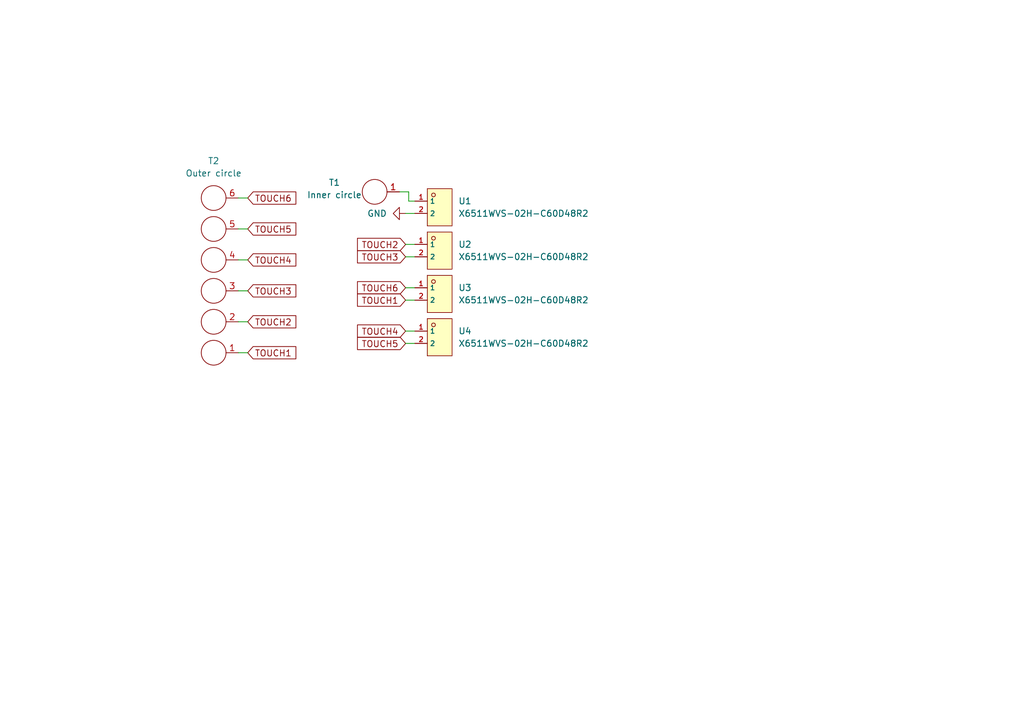
<source format=kicad_sch>
(kicad_sch (version 20230121) (generator eeschema)
  (paper "A5")
  (lib_symbols
    (symbol "MyParts:Touchpad_inner_circle"
      (property "Reference" "T" (at 0 0 0))
      (symbol "Touchpad_inner_circle_0_1"
        (circle (center 0 -3.81) (radius 2.54))
      )
      (symbol "Touchpad_inner_circle_1_1"
        (pin bidirectional line (at -5.08 -3.81 0) (length 2.54) (name "") (number "1"))
      )
    )
    (symbol "MyParts:Touchpad_outer_circle_multiple"
      (property "Reference" "T" (at 0 0 0))
      (property "Value" "Outer circle" (at 0 0 0))
      (symbol "Touchpad_outer_circle_multiple_0_1"
        (circle (center 0 -35.56) (radius 2.54))
        (circle (center 0 -29.21) (radius 2.54))
        (circle (center 0 -22.86) (radius 2.54))
        (circle (center 0 -16.51) (radius 2.54))
        (circle (center 0 -10.16) (radius 2.54))
        (circle (center 0 -3.81) (radius 2.54))
      )
      (symbol "Touchpad_outer_circle_multiple_1_1"
        (pin bidirectional line (at -5.08 -3.81 0) (length 2.54) (name "") (number "1"))
        (pin bidirectional line (at -5.08 -10.16 0) (length 2.54) (name "") (number "2"))
        (pin bidirectional line (at -5.08 -16.51 0) (length 2.54) (name "") (number "3"))
        (pin bidirectional line (at -5.08 -22.86 0) (length 2.54) (name "") (number "4"))
        (pin bidirectional line (at -5.08 -29.21 0) (length 2.54) (name "") (number "5"))
        (pin bidirectional line (at -5.08 -35.56 0) (length 2.54) (name "") (number "6"))
      )
    )
    (symbol "MyParts:X6511WVS-02H-C60D48R2"
      (property "Reference" "U" (at 0 1.27 0))
      (property "Value" "X6511WVS-02H-C60D48R2" (at 0 -2.54 0))
      (symbol "X6511WVS-02H-C60D48R2_0_0"
        (rectangle (start -2.54 -8.89) (end 2.54 -16.51) (fill (type background)))
        (circle (center -1.27 -10.16) (radius 0.381) (fill (type background)))
        (pin unspecified line (at -5.08 -11.43 0) (length 2.54) (name "1") (number "1"))
        (pin unspecified line (at -5.08 -13.97 0) (length 2.54) (name "2") (number "2"))
      )
    )
    (symbol "power:GND" (power) (pin_names (offset 0))
      (property "Value" "GND" (at 0 -3.81 0))
      (symbol "GND_0_1"
        (polyline (pts (xy 0 0) (xy 0 -1.27) (xy 1.27 -1.27) (xy 0 -2.54) (xy -1.27 -1.27) (xy 0 -1.27)))
      )
      (symbol "GND_1_1"
        (pin power_in line (at 0 0 270) (length 0) hide (name "GND") (number "1"))
      )
    )
  )
  (wire (pts (xy 48.895 46.99) (xy 50.8 46.99)))
  (wire (pts (xy 50.8 66.04) (xy 48.895 66.04)))
  (wire (pts (xy 83.82 39.37) (xy 83.82 41.275)))
  (wire (pts (xy 81.915 39.37) (xy 83.82 39.37)))
  (wire (pts (xy 83.185 43.815) (xy 85.09 43.815)))
  (wire (pts (xy 83.185 61.595) (xy 85.09 61.595)))
  (wire (pts (xy 83.185 67.945) (xy 85.09 67.945)))
  (wire (pts (xy 48.895 59.69) (xy 50.8 59.69)))
  (wire (pts (xy 83.185 52.705) (xy 85.09 52.705)))
  (wire (pts (xy 83.185 50.165) (xy 85.09 50.165)))
  (wire (pts (xy 48.895 53.34) (xy 50.8 53.34)))
  (wire (pts (xy 83.82 41.275) (xy 85.09 41.275)))
  (wire (pts (xy 50.8 72.39) (xy 48.895 72.39)))
  (wire (pts (xy 83.185 70.485) (xy 85.09 70.485)))
  (wire (pts (xy 83.185 59.055) (xy 85.09 59.055)))
  (wire (pts (xy 48.895 40.64) (xy 50.8 40.64)))
  (global_label "TOUCH6" (shape input) (at 50.8 40.64 0) (property "Intersheetrefs" "${INTERSHEET_REFS}" (effects hide)))
  (global_label "TOUCH1" (shape input) (at 50.8 72.39 0) (property "Intersheetrefs" "${INTERSHEET_REFS}" (effects hide)))
  (global_label "TOUCH3" (shape input) (at 50.8 59.69 0) (property "Intersheetrefs" "${INTERSHEET_REFS}" (effects hide)))
  (global_label "TOUCH4" (shape input) (at 83.185 67.945 180) (property "Intersheetrefs" "${INTERSHEET_REFS}" (effects hide)))
  (global_label "TOUCH2" (shape input) (at 50.8 66.04 0) (property "Intersheetrefs" "${INTERSHEET_REFS}" (effects hide)))
  (global_label "TOUCH1" (shape input) (at 83.185 61.595 180) (property "Intersheetrefs" "${INTERSHEET_REFS}" (effects hide)))
  (global_label "TOUCH3" (shape input) (at 83.185 52.705 180) (property "Intersheetrefs" "${INTERSHEET_REFS}" (effects hide)))
  (global_label "TOUCH6" (shape input) (at 83.185 59.055 180) (property "Intersheetrefs" "${INTERSHEET_REFS}" (effects hide)))
  (global_label "TOUCH5" (shape input) (at 83.185 70.485 180) (property "Intersheetrefs" "${INTERSHEET_REFS}" (effects hide)))
  (global_label "TOUCH4" (shape input) (at 50.8 53.34 0) (property "Intersheetrefs" "${INTERSHEET_REFS}" (effects hide)))
  (global_label "TOUCH5" (shape input) (at 50.8 46.99 0) (property "Intersheetrefs" "${INTERSHEET_REFS}" (effects hide)))
  (global_label "TOUCH2" (shape input) (at 83.185 50.165 180) (property "Intersheetrefs" "${INTERSHEET_REFS}" (effects hide)))
  (symbol (lib_id "MyParts:X6511WVS-02H-C60D48R2") (at 90.17 47.625 0) (unit 1)
    (property "Reference" "U3" (at 93.98 59.0549 0) (effects (justify left)))
    (property "Value" "X6511WVS-02H-C60D48R2" (at 93.98 61.5949 0) (effects (justify left)))
    (property "Footprint" "footprint:HDR-SMD_2P-P2.54_XKB_X6511WVS-02H-C60D48R2" (effects hide))
    (property "Datasheet" "https://atta.szlcsc.com/upload/public/pdf/source/20200909/C780060_F941EB1B69F43B5D6329EAF74E2E27BB.pdf" (effects hide))
    (property "LCSC" "C2883759" (effects hide))
  )
  (symbol (lib_id "MyParts:Touchpad_inner_circle") (at 76.835 43.18 180) (unit 1)
    (property "Reference" "T1" (at 68.58 37.465 0))
    (property "Value" "Inner circle" (at 68.58 40.005 0))
    (property "Footprint" "footprint:Touchpad inner circle" (effects hide))
  )
  (symbol (lib_id "power:GND") (at 83.185 43.815 270) (unit 1)
    (property "Reference" "#PWR01" (effects hide))
    (property "Value" "GND" (at 79.375 43.8149 90) (effects (justify right)))
  )
  (symbol (lib_id "MyParts:X6511WVS-02H-C60D48R2") (at 90.17 56.515 0) (unit 1)
    (property "Reference" "U4" (at 93.98 67.9449 0) (effects (justify left)))
    (property "Value" "X6511WVS-02H-C60D48R2" (at 93.98 70.4849 0) (effects (justify left)))
    (property "Footprint" "footprint:HDR-SMD_2P-P2.54_XKB_X6511WVS-02H-C60D48R2" (effects hide))
    (property "Datasheet" "https://atta.szlcsc.com/upload/public/pdf/source/20200909/C780060_F941EB1B69F43B5D6329EAF74E2E27BB.pdf" (effects hide))
    (property "LCSC" "C2883759" (effects hide))
  )
  (symbol (lib_id "MyParts:X6511WVS-02H-C60D48R2") (at 90.17 38.735 0) (unit 1)
    (property "Reference" "U2" (at 93.98 50.1649 0) (effects (justify left)))
    (property "Value" "X6511WVS-02H-C60D48R2" (at 93.98 52.7049 0) (effects (justify left)))
    (property "Footprint" "footprint:HDR-SMD_2P-P2.54_XKB_X6511WVS-02H-C60D48R2" (effects hide))
    (property "Datasheet" "https://atta.szlcsc.com/upload/public/pdf/source/20200909/C780060_F941EB1B69F43B5D6329EAF74E2E27BB.pdf" (effects hide))
    (property "LCSC" "C2883759" (effects hide))
  )
  (symbol (lib_id "MyParts:X6511WVS-02H-C60D48R2") (at 90.17 29.845 0) (unit 1)
    (property "Reference" "U1" (at 93.98 41.2749 0) (effects (justify left)))
    (property "Value" "X6511WVS-02H-C60D48R2" (at 93.98 43.8149 0) (effects (justify left)))
    (property "Footprint" "footprint:HDR-SMD_2P-P2.54_XKB_X6511WVS-02H-C60D48R2" (effects hide))
    (property "Datasheet" "https://atta.szlcsc.com/upload/public/pdf/source/20200909/C780060_F941EB1B69F43B5D6329EAF74E2E27BB.pdf" (effects hide))
    (property "LCSC" "C2883759" (effects hide))
  )
  (symbol (lib_id "MyParts:Touchpad_outer_circle_multiple") (at 43.815 76.2 180) (unit 1)
    (property "Reference" "T2" (at 43.815 33.02 0))
    (property "Value" "Outer circle" (at 43.815 35.56 0))
    (property "Footprint" "footprint:Touchpad outer circle multiple pads" (effects hide))
  )
)
</source>
